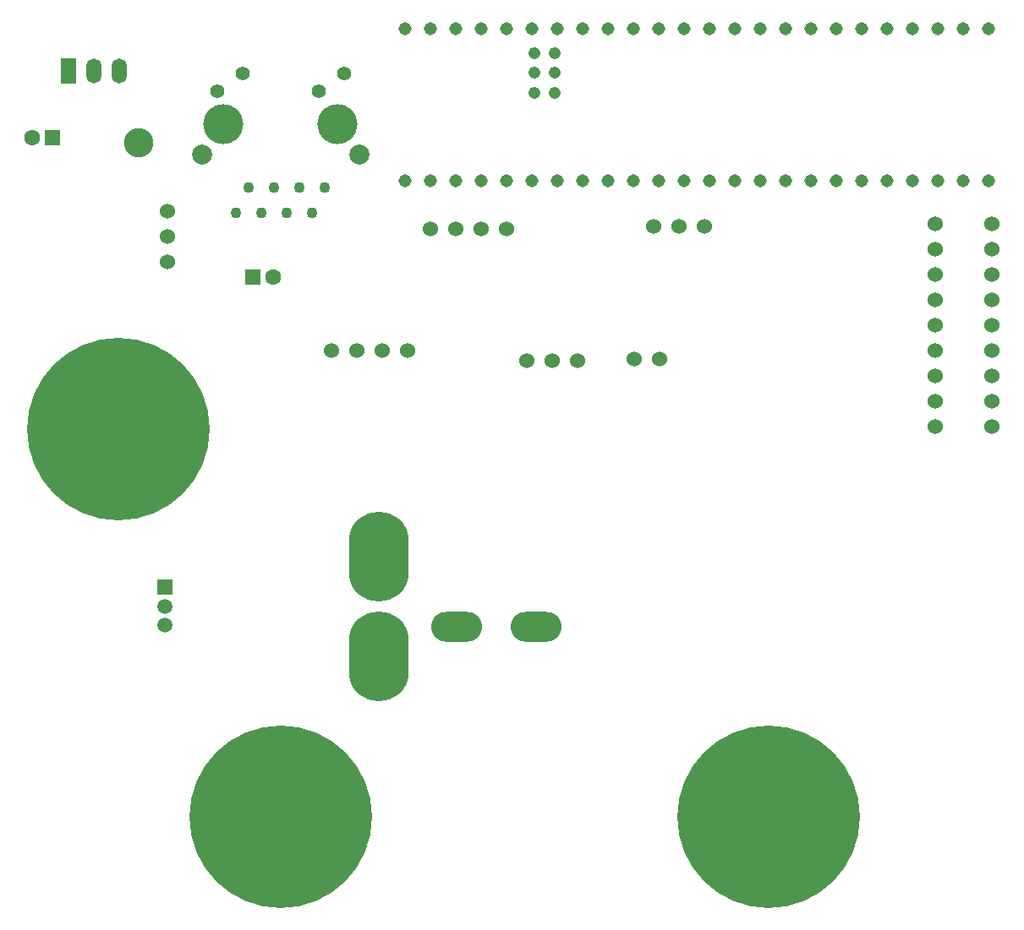
<source format=gbs>
G04 #@! TF.GenerationSoftware,KiCad,Pcbnew,(6.0.7)*
G04 #@! TF.CreationDate,2023-03-20T16:06:10-05:00*
G04 #@! TF.ProjectId,2023Rev2,32303233-5265-4763-922e-6b696361645f,rev?*
G04 #@! TF.SameCoordinates,Original*
G04 #@! TF.FileFunction,Soldermask,Bot*
G04 #@! TF.FilePolarity,Negative*
%FSLAX46Y46*%
G04 Gerber Fmt 4.6, Leading zero omitted, Abs format (unit mm)*
G04 Created by KiCad (PCBNEW (6.0.7)) date 2023-03-20 16:06:10*
%MOMM*%
%LPD*%
G01*
G04 APERTURE LIST*
G04 Aperture macros list*
%AMHorizOval*
0 Thick line with rounded ends*
0 $1 width*
0 $2 $3 position (X,Y) of the first rounded end (center of the circle)*
0 $4 $5 position (X,Y) of the second rounded end (center of the circle)*
0 Add line between two ends*
20,1,$1,$2,$3,$4,$5,0*
0 Add two circle primitives to create the rounded ends*
1,1,$1,$2,$3*
1,1,$1,$4,$5*%
G04 Aperture macros list end*
%ADD10R,1.600000X1.600000*%
%ADD11C,1.600000*%
%ADD12C,1.524000*%
%ADD13R,1.500000X2.500000*%
%ADD14O,1.500000X2.500000*%
%ADD15C,1.100000*%
%ADD16C,1.400000*%
%ADD17C,4.000000*%
%ADD18C,2.000000*%
%ADD19C,18.288000*%
%ADD20C,1.308000*%
%ADD21C,1.208000*%
%ADD22C,2.946400*%
%ADD23O,5.100000X3.000000*%
%ADD24R,1.500000X1.500000*%
%ADD25C,1.500000*%
%ADD26C,0.800000*%
%ADD27HorizOval,0.800000X0.000000X0.000000X0.000000X0.000000X0*%
%ADD28O,6.000000X9.000000*%
%ADD29HorizOval,0.800000X0.000000X0.000000X0.000000X0.000000X0*%
G04 APERTURE END LIST*
D10*
X96012000Y-52070000D03*
D11*
X98012000Y-52070000D03*
D12*
X134175500Y-60325000D03*
X136715500Y-60325000D03*
X121412000Y-47244000D03*
X118872000Y-47244000D03*
X116332000Y-47244000D03*
X113792000Y-47244000D03*
X113792000Y-47244000D03*
D13*
X77577500Y-31400500D03*
D14*
X80117500Y-31400500D03*
X82657500Y-31400500D03*
D12*
X164338000Y-67081400D03*
X164338000Y-64541400D03*
X164338000Y-62001400D03*
X164338000Y-59461400D03*
X164338000Y-56921400D03*
X164338000Y-54381400D03*
X164338000Y-51841400D03*
X164338000Y-49301400D03*
X164338000Y-46761400D03*
D15*
X103251000Y-43128500D03*
X101981000Y-45668500D03*
X100711000Y-43128500D03*
X99441000Y-45668500D03*
X98171000Y-43128500D03*
X96901000Y-45668500D03*
X95631000Y-43128500D03*
X94361000Y-45668500D03*
D16*
X105131000Y-31698500D03*
X102591000Y-33488500D03*
X95021000Y-31698500D03*
X92481000Y-33488500D03*
D17*
X104521000Y-36778500D03*
X93091000Y-36778500D03*
D18*
X90931000Y-39828500D03*
X106681000Y-39828500D03*
D19*
X98806000Y-106172000D03*
D12*
X103886000Y-59436000D03*
X106426000Y-59436000D03*
X108966000Y-59436000D03*
X111506000Y-59436000D03*
X111506000Y-59436000D03*
D20*
X113792000Y-42418000D03*
X116332000Y-42418000D03*
X118872000Y-42418000D03*
X121412000Y-42418000D03*
X146812000Y-42418000D03*
X116332000Y-27178000D03*
X123952000Y-42418000D03*
X126492000Y-42418000D03*
X129032000Y-42418000D03*
X131572000Y-42418000D03*
X134112000Y-42418000D03*
X136652000Y-42418000D03*
X139192000Y-42418000D03*
X141732000Y-42418000D03*
X144272000Y-42418000D03*
X144272000Y-27178000D03*
X141732000Y-27178000D03*
X139192000Y-27178000D03*
X136652000Y-27178000D03*
X134112000Y-27178000D03*
X131572000Y-27178000D03*
X129032000Y-27178000D03*
X126492000Y-27178000D03*
X123952000Y-27178000D03*
X121412000Y-27178000D03*
X118872000Y-27178000D03*
X149352000Y-42418000D03*
X151892000Y-42418000D03*
X154432000Y-42418000D03*
X156972000Y-42418000D03*
X159512000Y-42418000D03*
X162052000Y-42418000D03*
X164592000Y-42418000D03*
X167132000Y-42418000D03*
X169672000Y-42418000D03*
X169672000Y-27178000D03*
X167132000Y-27178000D03*
X164592000Y-27178000D03*
X162052000Y-27178000D03*
X159512000Y-27178000D03*
X156972000Y-27178000D03*
X154432000Y-27178000D03*
X151892000Y-27178000D03*
X149352000Y-27178000D03*
X111252000Y-42418000D03*
X146812000Y-27178000D03*
X113792000Y-27178000D03*
D21*
X126222000Y-31628000D03*
X124222000Y-31628000D03*
X124222000Y-29628000D03*
X126222000Y-29628000D03*
X126222000Y-33628000D03*
X124222000Y-33628000D03*
D20*
X111252000Y-27178000D03*
D12*
X141224000Y-46990000D03*
X138684000Y-46990000D03*
X136144000Y-46990000D03*
D19*
X147701000Y-106172000D03*
D12*
X123444000Y-60452000D03*
X125984000Y-60452000D03*
X128524000Y-60452000D03*
X87503000Y-45466000D03*
X87503000Y-48006000D03*
X87503000Y-50546000D03*
D19*
X82550000Y-67310000D03*
D10*
X75946000Y-38100000D03*
D11*
X73946000Y-38100000D03*
D22*
X84582000Y-38608000D03*
D23*
X124346000Y-87122000D03*
X116446000Y-87122000D03*
D24*
X87235000Y-83190000D03*
D25*
X87235000Y-85100000D03*
X87235000Y-87010000D03*
D26*
X110685000Y-88100000D03*
X106975000Y-93300000D03*
X110295000Y-93300000D03*
X106585000Y-90770000D03*
D27*
X109265000Y-86150000D03*
D26*
X110685000Y-89430000D03*
D28*
X108635000Y-90100000D03*
D26*
X110685000Y-92100000D03*
X108005000Y-94050000D03*
X110295000Y-86900000D03*
X106585000Y-88100000D03*
X109265000Y-94050000D03*
X106585000Y-92100000D03*
D29*
X108005000Y-86150000D03*
D26*
X106585000Y-89430000D03*
X110685000Y-90770000D03*
X106975000Y-86900000D03*
X110685000Y-78100000D03*
X106585000Y-80770000D03*
X108005000Y-76150000D03*
X106585000Y-79430000D03*
X106585000Y-78100000D03*
X110685000Y-82100000D03*
X106975000Y-76900000D03*
X110295000Y-83300000D03*
D27*
X108005000Y-84050000D03*
D26*
X106975000Y-83300000D03*
D29*
X109265000Y-84050000D03*
D26*
X109265000Y-76150000D03*
X106585000Y-82100000D03*
X110685000Y-80770000D03*
D28*
X108635000Y-80100000D03*
D26*
X110685000Y-79430000D03*
X110295000Y-76900000D03*
D12*
X170053000Y-46761400D03*
X170053000Y-49301400D03*
X170053000Y-51841400D03*
X170053000Y-54381400D03*
X170053000Y-56921400D03*
X170053000Y-59461400D03*
X170053000Y-62001400D03*
X170053000Y-64541400D03*
X170053000Y-67081400D03*
M02*

</source>
